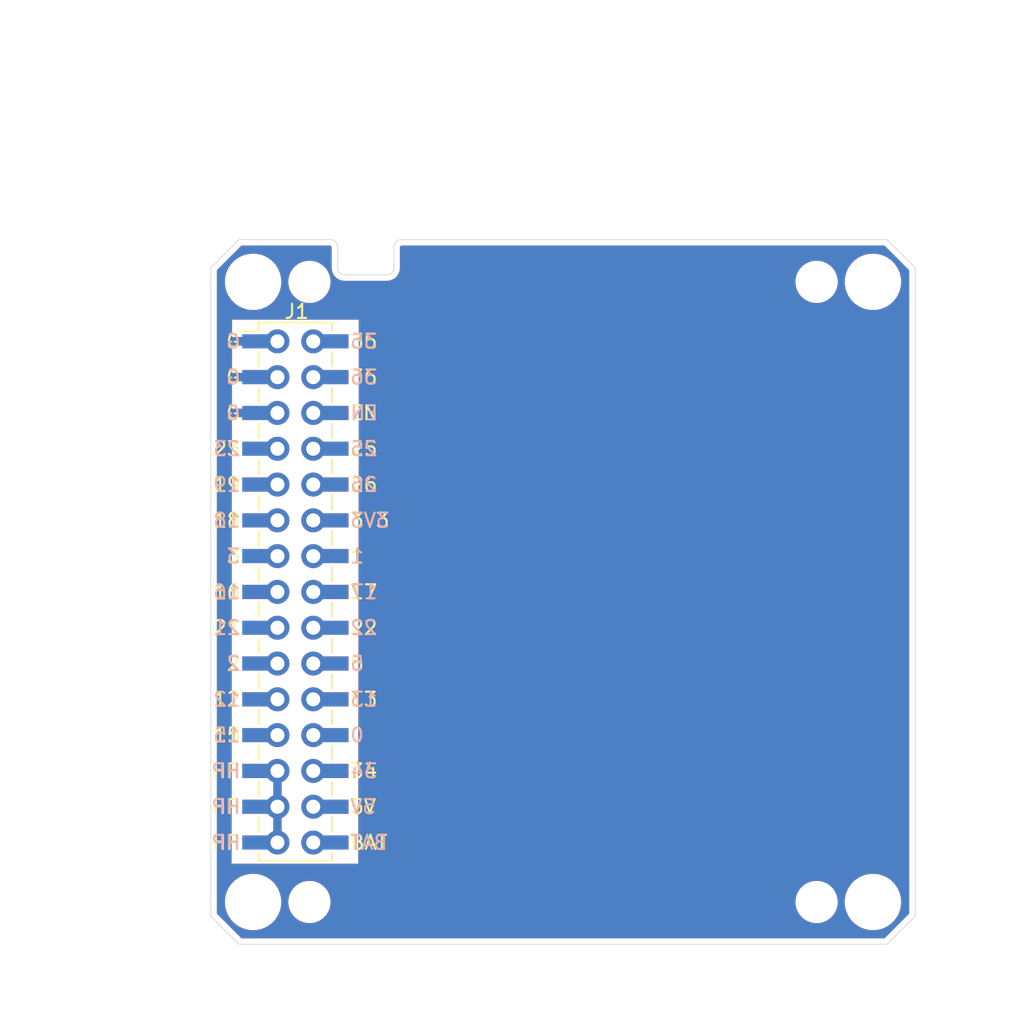
<source format=kicad_pcb>
(kicad_pcb (version 20241229) (generator "pcbnew") (generator_version "9.0")
  (title_block (title "BF-021") (date "2022-02-05") (rev "V01L04") (company "Copyright 2022 BotanicFields, Inc.") (comment 1 "Template of M5Stack Module "))
  (layers (0 "F.Cu" signal) (2 "B.Cu" signal) (13 "F.Paste" user) (15 "B.Paste" user) (5 "F.SilkS" user) (7 "B.SilkS" user) (1 "F.Mask" user) (3 "B.Mask" user) (25 "Edge.Cuts" user))
  (net 0 "")
  (net 1 "+BATT")
  (net 2 "VBUS")
  (net 3 "+5V")
  (net 4 "/GPIO34")
  (net 5 "/GPIO0")
  (net 6 "/GPIO15")
  (net 7 "/GPIO13")
  (net 8 "/GPIO12")
  (net 9 "/GPIO5")
  (net 10 "/GPIO2")
  (net 11 "/GPIO22")
  (net 12 "/GPIO21")
  (net 13 "/GPIO17")
  (net 14 "/GPIO16")
  (net 15 "/GPIO1")
  (net 16 "/GPIO3")
  (net 17 "+3V3")
  (net 18 "/GPIO18")
  (net 19 "/GPIO26")
  (net 20 "/GPIO19")
  (net 21 "/GPIO25")
  (net 22 "/GPIO23")
  (net 23 "/EN")
  (net 24 "GND")
  (net 25 "/GPIO36")
  (net 26 "/GPIO35")
  (footprint "bf:BF@MountingHole_3.2mm_M3" (layer "F.Cu") (at 103 53)
    (property "Reference" "H1" (hide yes))
    (property "Value" "MountingHole" (hide yes))
    (pad "" np_thru_hole circle (at 0 0) (size 3.2 3.2) (drill 3.2) (layers "*.Cu" "*.Mask"))
  )
  (footprint "bf:BF@MountingHole_3.2mm_M3" (layer "F.Cu") (at 147 53)
    (property "Reference" "H2" (hide yes))
    (property "Value" "MountingHole" (hide yes))
    (pad "" np_thru_hole circle (at 0 0) (size 3.2 3.2) (drill 3.2) (layers "*.Cu" "*.Mask"))
  )
  (footprint "bf:BF@MountingHole_3.2mm_M3" (layer "F.Cu") (at 147 97)
    (property "Reference" "H3" (hide yes))
    (property "Value" "MountingHole" (hide yes))
    (pad "" np_thru_hole circle (at 0 0) (size 3.2 3.2) (drill 3.2) (layers "*.Cu" "*.Mask"))
  )
  (footprint "bf:BF@MountingHole_3.2mm_M3" (layer "F.Cu") (at 103 97)
    (property "Reference" "H4" (hide yes))
    (property "Value" "MountingHole" (hide yes))
    (pad "" np_thru_hole circle (at 0 0) (size 3.2 3.2) (drill 3.2) (layers "*.Cu" "*.Mask"))
  )
  (footprint "bf:BF@MountingHole_2.2mm_M2" (layer "F.Cu") (at 107 53)
    (property "Reference" "H5" (hide yes))
    (property "Value" "MountingHole" (hide yes))
    (pad "" np_thru_hole circle (at 0 0) (size 2.2 2.2) (drill 2.2) (layers "*.Cu" "*.Mask"))
  )
  (footprint "bf:BF@MountingHole_2.2mm_M2" (layer "F.Cu") (at 143 53)
    (property "Reference" "H6" (hide yes))
    (property "Value" "MountingHole" (hide yes))
    (pad "" np_thru_hole circle (at 0 0) (size 2.2 2.2) (drill 2.2) (layers "*.Cu" "*.Mask"))
  )
  (footprint "bf:BF@MountingHole_2.2mm_M2" (layer "F.Cu") (at 143 97)
    (property "Reference" "H7" (hide yes))
    (property "Value" "MountingHole" (hide yes))
    (pad "" np_thru_hole circle (at 0 0) (size 2.2 2.2) (drill 2.2) (layers "*.Cu" "*.Mask"))
  )
  (footprint "bf:BF@MountingHole_2.2mm_M2" (layer "F.Cu") (at 107 97)
    (property "Reference" "H8" (hide yes))
    (property "Value" "MountingHole" (hide yes))
    (pad "" np_thru_hole circle (at 0 0) (size 2.2 2.2) (drill 2.2) (layers "*.Cu" "*.Mask"))
  )
  (footprint "bf:BF@M5Stack_MBUS" (layer "F.Cu") (at 106 75)
    (property "Reference" "J1" (at 0.1 -19.9 0) (layer "F.SilkS"))
    (property "Value" "M-BUS")
    (fp_line (start -4.04 -18.54) (end -2.6 -18.54) (stroke (width 0.12)) (layer "F.SilkS"))
    (fp_line (start -2.6 -19.11) (end -2.6 -18.54) (stroke (width 0.12)) (layer "F.SilkS"))
    (fp_line (start -2.6 -19.11) (end 2.6 -19.11) (stroke (width 0.12)) (layer "F.SilkS"))
    (fp_line (start -2.6 -17.02) (end -2.6 -16) (stroke (width 0.12)) (layer "F.SilkS"))
    (fp_line (start -2.6 -14.48) (end -2.6 -13.46) (stroke (width 0.12)) (layer "F.SilkS"))
    (fp_line (start -2.6 -11.94) (end -2.6 -10.92) (stroke (width 0.12)) (layer "F.SilkS"))
    (fp_line (start -2.6 -9.4) (end -2.6 -8.38) (stroke (width 0.12)) (layer "F.SilkS"))
    (fp_line (start -2.6 -6.86) (end -2.6 -5.84) (stroke (width 0.12)) (layer "F.SilkS"))
    (fp_line (start -2.6 -4.32) (end -2.6 -3.3) (stroke (width 0.12)) (layer "F.SilkS"))
    (fp_line (start -2.6 -1.78) (end -2.6 -0.76) (stroke (width 0.12)) (layer "F.SilkS"))
    (fp_line (start -2.6 0.76) (end -2.6 1.78) (stroke (width 0.12)) (layer "F.SilkS"))
    (fp_line (start -2.6 3.3) (end -2.6 4.32) (stroke (width 0.12)) (layer "F.SilkS"))
    (fp_line (start -2.6 5.84) (end -2.6 6.86) (stroke (width 0.12)) (layer "F.SilkS"))
    (fp_line (start -2.6 8.38) (end -2.6 9.4) (stroke (width 0.12)) (layer "F.SilkS"))
    (fp_line (start -2.6 10.92) (end -2.6 11.94) (stroke (width 0.12)) (layer "F.SilkS"))
    (fp_line (start -2.6 13.46) (end -2.6 14.48) (stroke (width 0.12)) (layer "F.SilkS"))
    (fp_line (start -2.6 16) (end -2.6 17.02) (stroke (width 0.12)) (layer "F.SilkS"))
    (fp_line (start -2.6 18.54) (end -2.6 19.11) (stroke (width 0.12)) (layer "F.SilkS"))
    (fp_line (start -2.6 19.11) (end 2.6 19.11) (stroke (width 0.12)) (layer "F.SilkS"))
    (fp_line (start 2.6 -19.11) (end 2.6 -18.54) (stroke (width 0.12)) (layer "F.SilkS"))
    (fp_line (start 2.6 -17.02) (end 2.6 -16) (stroke (width 0.12)) (layer "F.SilkS"))
    (fp_line (start 2.6 -14.48) (end 2.6 -13.46) (stroke (width 0.12)) (layer "F.SilkS"))
    (fp_line (start 2.6 -11.94) (end 2.6 -10.92) (stroke (width 0.12)) (layer "F.SilkS"))
    (fp_line (start 2.6 -9.4) (end 2.6 -8.38) (stroke (width 0.12)) (layer "F.SilkS"))
    (fp_line (start 2.6 -6.86) (end 2.6 -5.84) (stroke (width 0.12)) (layer "F.SilkS"))
    (fp_line (start 2.6 -4.32) (end 2.6 -3.3) (stroke (width 0.12)) (layer "F.SilkS"))
    (fp_line (start 2.6 -1.78) (end 2.6 -0.76) (stroke (width 0.12)) (layer "F.SilkS"))
    (fp_line (start 2.6 0.76) (end 2.6 1.78) (stroke (width 0.12)) (layer "F.SilkS"))
    (fp_line (start 2.6 3.3) (end 2.6 4.32) (stroke (width 0.12)) (layer "F.SilkS"))
    (fp_line (start 2.6 5.84) (end 2.6 6.86) (stroke (width 0.12)) (layer "F.SilkS"))
    (fp_line (start 2.6 8.38) (end 2.6 9.4) (stroke (width 0.12)) (layer "F.SilkS"))
    (fp_line (start 2.6 10.92) (end 2.6 11.94) (stroke (width 0.12)) (layer "F.SilkS"))
    (fp_line (start 2.6 13.46) (end 2.6 14.48) (stroke (width 0.12)) (layer "F.SilkS"))
    (fp_line (start 2.6 16) (end 2.6 17.02) (stroke (width 0.12)) (layer "F.SilkS"))
    (fp_line (start 2.6 18.54) (end 2.6 19.11) (stroke (width 0.12)) (layer "F.SilkS"))
    (fp_text user "G" (at -3.81 -17.78 0) (layer "F.SilkS") (effects (justify right)))
    (fp_text user "19" (at -3.81 -7.62 0) (layer "F.SilkS") (effects (justify right)))
    (fp_text user "21" (at -3.81 2.54 0) (layer "F.SilkS") (effects (justify right)))
    (fp_text user "15" (at -3.81 10.16 0) (layer "F.SilkS") (effects (justify right)))
    (fp_text user "17" (at 3.81 0 0) (layer "F.SilkS") (effects (justify left)))
    (fp_text user "16" (at -3.81 0 0) (layer "F.SilkS") (effects (justify right)))
    (fp_text user "BAT" (at 3.81 17.78 0) (layer "F.SilkS") (effects (justify left)))
    (fp_text user "22" (at 3.81 2.54 0) (layer "F.SilkS") (effects (justify left)))
    (fp_text user "25" (at 3.81 -10.16 0) (layer "F.SilkS") (effects (justify left)))
    (fp_text user "1" (at 3.81 -2.54 0) (layer "F.SilkS") (effects (justify left)))
    (fp_text user "G" (at -3.81 -12.7 0) (layer "F.SilkS") (effects (justify right)))
    (fp_text user "26" (at 3.81 -7.62 0) (layer "F.SilkS") (effects (justify left)))
    (fp_text user "36" (at 3.81 -15.24 0) (layer "F.SilkS") (effects (justify left)))
    (fp_text user "HP" (at -3.81 15.24 0) (layer "F.SilkS") (effects (justify right)))
    (fp_text user "2" (at -3.81 5.08 0) (layer "F.SilkS") (effects (justify right)))
    (fp_text user "5" (at 3.81 5.08 0) (layer "F.SilkS") (effects (justify left)))
    (fp_text user "34" (at 3.81 12.7 0) (layer "F.SilkS") (effects (justify left)))
    (fp_text user "HP" (at -3.81 17.78 0) (layer "F.SilkS") (effects (justify right)))
    (fp_text user "5V" (at 3.81 15.24 0) (layer "F.SilkS") (effects (justify left)))
    (fp_text user "13" (at 3.81 7.62 0) (layer "F.SilkS") (effects (justify left)))
    (fp_text user "23" (at -3.81 -10.16 0) (layer "F.SilkS") (effects (justify right)))
    (fp_text user "3" (at -3.81 -2.54 0) (layer "F.SilkS") (effects (justify right)))
    (fp_text user "35" (at 3.81 -17.78 0) (layer "F.SilkS") (effects (justify left)))
    (fp_text user "12" (at -3.81 7.62 0) (layer "F.SilkS") (effects (justify right)))
    (fp_text user "3V3" (at 3.81 -5.08 0) (layer "F.SilkS") (effects (justify left)))
    (fp_text user "HP" (at -3.81 12.7 0) (layer "F.SilkS") (effects (justify right)))
    (fp_text user "0" (at 3.81 10.16 0) (layer "F.SilkS") (effects (justify left)))
    (fp_text user "EN" (at 3.81 -12.7 0) (layer "F.SilkS") (effects (justify left)))
    (fp_text user "18" (at -3.81 -5.08 0) (layer "F.SilkS") (effects (justify right)))
    (fp_text user "G" (at -3.81 -15.24 0) (layer "F.SilkS") (effects (justify right)))
    (fp_text user "15" (at -3.81 10.16 180) (layer "B.SilkS") (effects (justify left mirror)))
    (fp_text user "G" (at -3.81 -17.78 180) (layer "B.SilkS") (effects (justify left mirror)))
    (fp_text user "12" (at -3.81 7.62 180) (layer "B.SilkS") (effects (justify left mirror)))
    (fp_text user "34" (at 3.81 12.7 180) (layer "B.SilkS") (effects (justify right mirror)))
    (fp_text user "36" (at 3.81 -15.24 180) (layer "B.SilkS") (effects (justify right mirror)))
    (fp_text user "25" (at 3.81 -10.16 180) (layer "B.SilkS") (effects (justify right mirror)))
    (fp_text user "35" (at 3.81 -17.78 180) (layer "B.SilkS") (effects (justify right mirror)))
    (fp_text user "G" (at -3.81 -15.24 180) (layer "B.SilkS") (effects (justify left mirror)))
    (fp_text user "21" (at -3.81 2.54 180) (layer "B.SilkS") (effects (justify left mirror)))
    (fp_text user "19" (at -3.81 -7.62 180) (layer "B.SilkS") (effects (justify left mirror)))
    (fp_text user "22" (at 3.81 2.54 180) (layer "B.SilkS") (effects (justify right mirror)))
    (fp_text user "2" (at -3.81 5.08 180) (layer "B.SilkS") (effects (justify left mirror)))
    (fp_text user "HP" (at -3.81 12.7 180) (layer "B.SilkS") (effects (justify left mirror)))
    (fp_text user "HP" (at -3.81 17.78 180) (layer "B.SilkS") (effects (justify left mirror)))
    (fp_text user "G" (at -3.81 -12.7 180) (layer "B.SilkS") (effects (justify left mirror)))
    (fp_text user "3" (at -3.81 -2.54 180) (layer "B.SilkS") (effects (justify left mirror)))
    (fp_text user "BAT" (at 3.81 17.78 180) (layer "B.SilkS") (effects (justify right mirror)))
    (fp_text user "5" (at 3.81 5.08 180) (layer "B.SilkS") (effects (justify right mirror)))
    (fp_text user "5V" (at 3.81 15.24 180) (layer "B.SilkS") (effects (justify right mirror)))
    (fp_text user "EN" (at 3.81 -12.7 180) (layer "B.SilkS") (effects (justify right mirror)))
    (fp_text user "HP" (at -3.81 15.24 180) (layer "B.SilkS") (effects (justify left mirror)))
    (fp_text user "26" (at 3.81 -7.62 180) (layer "B.SilkS") (effects (justify right mirror)))
    (fp_text user "23" (at -3.81 -10.16 180) (layer "B.SilkS") (effects (justify left mirror)))
    (fp_text user "0" (at 3.81 10.16 180) (layer "B.SilkS") (effects (justify right mirror)))
    (fp_text user "16" (at -3.81 0 180) (layer "B.SilkS") (effects (justify left mirror)))
    (fp_text user "13" (at 3.81 7.62 180) (layer "B.SilkS") (effects (justify right mirror)))
    (fp_text user "3V3" (at 3.81 -5.08 180) (layer "B.SilkS") (effects (justify right mirror)))
    (fp_text user "18" (at -3.81 -5.08 180) (layer "B.SilkS") (effects (justify left mirror)))
    (fp_text user "1" (at 3.81 -2.54 180) (layer "B.SilkS") (effects (justify right mirror)))
    (fp_text user "17" (at 3.81 0 180) (layer "B.SilkS") (effects (justify right mirror)))
    (pad "" np_thru_hole circle (at 0 -16.51 180) (size 1 1) (drill 1) (layers "*.Cu" "*.Mask"))
    (pad "" np_thru_hole circle (at 0 -13.97 180) (size 1 1) (drill 1) (layers "*.Cu" "*.Mask"))
    (pad "" np_thru_hole circle (at 0 13.97 180) (size 1 1) (drill 1) (layers "*.Cu" "*.Mask"))
    (pad "" np_thru_hole circle (at 0 16.51 180) (size 1 1) (drill 1) (layers "*.Cu" "*.Mask"))
    (pad "1" smd custom (at 1.27 -17.78 180) (size 1 1) (layers "F.Cu" "F.Mask") (net 26 "/GPIO35") (options (clearance outline) (anchor rect)) (primitives (gr_poly (pts (xy 0.5 0.5) (xy 0.5 -0.5) (xy -2.5 -0.5) (xy -2.5 0.5)) (width 0) (fill yes))))
    (pad "1" smd custom (at 1.27 -17.78 180) (size 1 1) (layers "B.Cu" "B.Mask") (net 26 "/GPIO35") (options (clearance outline) (anchor rect)) (primitives (gr_poly (pts (xy 0.5 0.5) (xy 0.5 -0.5) (xy -2.5 -0.5) (xy -2.5 0.5)) (width 0) (fill yes))))
    (pad "1" thru_hole circle (at 1.27 -17.78 180) (size 1.7 1.7) (drill 1) (layers "*.Cu" "*.Mask") (net 26 "/GPIO35"))
    (pad "2" smd custom (at -1.27 -17.78) (size 1 1) (layers "F.Cu" "F.Mask") (net 24 "GND") (options (clearance outline) (anchor rect)) (primitives (gr_poly (pts (xy 0.5 0.5) (xy 0.5 -0.5) (xy -2.5 -0.5) (xy -2.5 0.5)) (width 0) (fill yes))))
    (pad "2" smd custom (at -1.27 -17.78) (size 1 1) (layers "B.Cu" "B.Mask") (net 24 "GND") (options (clearance outline) (anchor rect)) (primitives (gr_poly (pts (xy 0.5 0.5) (xy 0.5 -0.5) (xy -2.5 -0.5) (xy -2.5 0.5)) (width 0) (fill yes))))
    (pad "2" thru_hole circle (at -1.27 -17.78) (size 1.7 1.7) (drill 1) (layers "*.Cu" "*.Mask") (net 24 "GND"))
    (pad "3" smd custom (at 1.27 -15.24 180) (size 1 1) (layers "F.Cu" "F.Mask") (net 25 "/GPIO36") (options (clearance outline) (anchor rect)) (primitives (gr_poly (pts (xy 0.5 0.5) (xy 0.5 -0.5) (xy -2.5 -0.5) (xy -2.5 0.5)) (width 0) (fill yes))))
    (pad "3" smd custom (at 1.27 -15.24 180) (size 1 1) (layers "B.Cu" "B.Mask") (net 25 "/GPIO36") (options (clearance outline) (anchor rect)) (primitives (gr_poly (pts (xy 0.5 0.5) (xy 0.5 -0.5) (xy -2.5 -0.5) (xy -2.5 0.5)) (width 0) (fill yes))))
    (pad "3" thru_hole circle (at 1.27 -15.24 180) (size 1.7 1.7) (drill 1) (layers "*.Cu" "*.Mask") (net 25 "/GPIO36"))
    (pad "4" smd custom (at -1.27 -15.24) (size 1 1) (layers "F.Cu" "F.Mask") (net 24 "GND") (options (clearance outline) (anchor rect)) (primitives (gr_poly (pts (xy 0.5 0.5) (xy 0.5 -0.5) (xy -2.5 -0.5) (xy -2.5 0.5)) (width 0) (fill yes))))
    (pad "4" smd custom (at -1.27 -15.24) (size 1 1) (layers "B.Cu" "B.Mask") (net 24 "GND") (options (clearance outline) (anchor rect)) (primitives (gr_poly (pts (xy 0.5 0.5) (xy 0.5 -0.5) (xy -2.5 -0.5) (xy -2.5 0.5)) (width 0) (fill yes))))
    (pad "4" thru_hole circle (at -1.27 -15.24) (size 1.7 1.7) (drill 1) (layers "*.Cu" "*.Mask") (net 24 "GND"))
    (pad "5" smd custom (at 1.27 -12.7 180) (size 1 1) (layers "F.Cu" "F.Mask") (net 23 "/EN") (options (clearance outline) (anchor rect)) (primitives (gr_poly (pts (xy 0.5 0.5) (xy 0.5 -0.5) (xy -2.5 -0.5) (xy -2.5 0.5)) (width 0) (fill yes))))
    (pad "5" smd custom (at 1.27 -12.7 180) (size 1 1) (layers "B.Cu" "B.Mask") (net 23 "/EN") (options (clearance outline) (anchor rect)) (primitives (gr_poly (pts (xy 0.5 0.5) (xy 0.5 -0.5) (xy -2.5 -0.5) (xy -2.5 0.5)) (width 0) (fill yes))))
    (pad "5" thru_hole circle (at 1.27 -12.7 180) (size 1.7 1.7) (drill 1) (layers "*.Cu" "*.Mask") (net 23 "/EN"))
    (pad "6" smd custom (at -1.27 -12.7) (size 1 1) (layers "F.Cu" "F.Mask") (net 24 "GND") (options (clearance outline) (anchor rect)) (primitives (gr_poly (pts (xy 0.5 0.5) (xy 0.5 -0.5) (xy -2.5 -0.5) (xy -2.5 0.5)) (width 0) (fill yes))))
    (pad "6" smd custom (at -1.27 -12.7) (size 1 1) (layers "B.Cu" "B.Mask") (net 24 "GND") (options (clearance outline) (anchor rect)) (primitives (gr_poly (pts (xy 0.5 0.5) (xy 0.5 -0.5) (xy -2.5 -0.5) (xy -2.5 0.5)) (width 0) (fill yes))))
    (pad "6" thru_hole circle (at -1.27 -12.7) (size 1.7 1.7) (drill 1) (layers "*.Cu" "*.Mask") (net 24 "GND"))
    (pad "7" smd custom (at 1.27 -10.16 180) (size 1 1) (layers "F.Cu" "F.Mask") (net 21 "/GPIO25") (options (clearance outline) (anchor rect)) (primitives (gr_poly (pts (xy 0.5 0.5) (xy 0.5 -0.5) (xy -2.5 -0.5) (xy -2.5 0.5)) (width 0) (fill yes))))
    (pad "7" smd custom (at 1.27 -10.16 180) (size 1 1) (layers "B.Cu" "B.Mask") (net 21 "/GPIO25") (options (clearance outline) (anchor rect)) (primitives (gr_poly (pts (xy 0.5 0.5) (xy 0.5 -0.5) (xy -2.5 -0.5) (xy -2.5 0.5)) (width 0) (fill yes))))
    (pad "7" thru_hole circle (at 1.27 -10.16 180) (size 1.7 1.7) (drill 1) (layers "*.Cu" "*.Mask") (net 21 "/GPIO25"))
    (pad "8" smd custom (at -1.27 -10.16) (size 1 1) (layers "F.Cu" "F.Mask") (net 22 "/GPIO23") (options (clearance outline) (anchor rect)) (primitives (gr_poly (pts (xy 0.5 0.5) (xy 0.5 -0.5) (xy -2.5 -0.5) (xy -2.5 0.5)) (width 0) (fill yes))))
    (pad "8" smd custom (at -1.27 -10.16) (size 1 1) (layers "B.Cu" "B.Mask") (net 22 "/GPIO23") (options (clearance outline) (anchor rect)) (primitives (gr_poly (pts (xy 0.5 0.5) (xy 0.5 -0.5) (xy -2.5 -0.5) (xy -2.5 0.5)) (width 0) (fill yes))))
    (pad "8" thru_hole circle (at -1.27 -10.16) (size 1.7 1.7) (drill 1) (layers "*.Cu" "*.Mask") (net 22 "/GPIO23"))
    (pad "9" smd custom (at 1.27 -7.62 180) (size 1 1) (layers "F.Cu" "F.Mask") (net 19 "/GPIO26") (options (clearance outline) (anchor rect)) (primitives (gr_poly (pts (xy 0.5 0.5) (xy 0.5 -0.5) (xy -2.5 -0.5) (xy -2.5 0.5)) (width 0) (fill yes))))
    (pad "9" smd custom (at 1.27 -7.62 180) (size 1 1) (layers "B.Cu" "B.Mask") (net 19 "/GPIO26") (options (clearance outline) (anchor rect)) (primitives (gr_poly (pts (xy 0.5 0.5) (xy 0.5 -0.5) (xy -2.5 -0.5) (xy -2.5 0.5)) (width 0) (fill yes))))
    (pad "9" thru_hole circle (at 1.27 -7.62 180) (size 1.7 1.7) (drill 1) (layers "*.Cu" "*.Mask") (net 19 "/GPIO26"))
    (pad "10" smd custom (at -1.27 -7.62) (size 1 1) (layers "F.Cu" "F.Mask") (net 20 "/GPIO19") (options (clearance outline) (anchor rect)) (primitives (gr_poly (pts (xy 0.5 0.5) (xy 0.5 -0.5) (xy -2.5 -0.5) (xy -2.5 0.5)) (width 0) (fill yes))))
    (pad "10" smd custom (at -1.27 -7.62) (size 1 1) (layers "B.Cu" "B.Mask") (net 20 "/GPIO19") (options (clearance outline) (anchor rect)) (primitives (gr_poly (pts (xy 0.5 0.5) (xy 0.5 -0.5) (xy -2.5 -0.5) (xy -2.5 0.5)) (width 0) (fill yes))))
    (pad "10" thru_hole circle (at -1.27 -7.62) (size 1.7 1.7) (drill 1) (layers "*.Cu" "*.Mask") (net 20 "/GPIO19"))
    (pad "11" smd custom (at 1.27 -5.08 180) (size 1 1) (layers "F.Cu" "F.Mask") (net 17 "+3V3") (options (clearance outline) (anchor rect)) (primitives (gr_poly (pts (xy 0.5 0.5) (xy 0.5 -0.5) (xy -2.5 -0.5) (xy -2.5 0.5)) (width 0) (fill yes))))
    (pad "11" smd custom (at 1.27 -5.08 180) (size 1 1) (layers "B.Cu" "B.Mask") (net 17 "+3V3") (options (clearance outline) (anchor rect)) (primitives (gr_poly (pts (xy 0.5 0.5) (xy 0.5 -0.5) (xy -2.5 -0.5) (xy -2.5 0.5)) (width 0) (fill yes))))
    (pad "11" thru_hole circle (at 1.27 -5.08 180) (size 1.7 1.7) (drill 1) (layers "*.Cu" "*.Mask") (net 17 "+3V3"))
    (pad "12" smd custom (at -1.27 -5.08) (size 1 1) (layers "F.Cu" "F.Mask") (net 18 "/GPIO18") (options (clearance outline) (anchor rect)) (primitives (gr_poly (pts (xy 0.5 0.5) (xy 0.5 -0.5) (xy -2.5 -0.5) (xy -2.5 0.5)) (width 0) (fill yes))))
    (pad "12" smd custom (at -1.27 -5.08) (size 1 1) (layers "B.Cu" "B.Mask") (net 18 "/GPIO18") (options (clearance outline) (anchor rect)) (primitives (gr_poly (pts (xy 0.5 0.5) (xy 0.5 -0.5) (xy -2.5 -0.5) (xy -2.5 0.5)) (width 0) (fill yes))))
    (pad "12" thru_hole circle (at -1.27 -5.08) (size 1.7 1.7) (drill 1) (layers "*.Cu" "*.Mask") (net 18 "/GPIO18"))
    (pad "13" smd custom (at 1.27 -2.54 180) (size 1 1) (layers "F.Cu" "F.Mask") (net 15 "/GPIO1") (options (clearance outline) (anchor rect)) (primitives (gr_poly (pts (xy 0.5 0.5) (xy 0.5 -0.5) (xy -2.5 -0.5) (xy -2.5 0.5)) (width 0) (fill yes))))
    (pad "13" smd custom (at 1.27 -2.54 180) (size 1 1) (layers "B.Cu" "B.Mask") (net 15 "/GPIO1") (options (clearance outline) (anchor rect)) (primitives (gr_poly (pts (xy 0.5 0.5) (xy 0.5 -0.5) (xy -2.5 -0.5) (xy -2.5 0.5)) (width 0) (fill yes))))
    (pad "13" thru_hole circle (at 1.27 -2.54 180) (size 1.7 1.7) (drill 1) (layers "*.Cu" "*.Mask") (net 15 "/GPIO1"))
    (pad "14" smd custom (at -1.27 -2.54) (size 1 1) (layers "F.Cu" "F.Mask") (net 16 "/GPIO3") (options (clearance outline) (anchor rect)) (primitives (gr_poly (pts (xy 0.5 0.5) (xy 0.5 -0.5) (xy -2.5 -0.5) (xy -2.5 0.5)) (width 0) (fill yes))))
    (pad "14" smd custom (at -1.27 -2.54) (size 1 1) (layers "B.Cu" "B.Mask") (net 16 "/GPIO3") (options (clearance outline) (anchor rect)) (primitives (gr_poly (pts (xy 0.5 0.5) (xy 0.5 -0.5) (xy -2.5 -0.5) (xy -2.5 0.5)) (width 0) (fill yes))))
    (pad "14" thru_hole circle (at -1.27 -2.54) (size 1.7 1.7) (drill 1) (layers "*.Cu" "*.Mask") (net 16 "/GPIO3"))
    (pad "15" smd custom (at 1.27 0 180) (size 1 1) (layers "F.Cu" "F.Mask") (net 13 "/GPIO17") (options (clearance outline) (anchor rect)) (primitives (gr_poly (pts (xy 0.5 0.5) (xy 0.5 -0.5) (xy -2.5 -0.5) (xy -2.5 0.5)) (width 0) (fill yes))))
    (pad "15" smd custom (at 1.27 0 180) (size 1 1) (layers "B.Cu" "B.Mask") (net 13 "/GPIO17") (options (clearance outline) (anchor rect)) (primitives (gr_poly (pts (xy 0.5 0.5) (xy 0.5 -0.5) (xy -2.5 -0.5) (xy -2.5 0.5)) (width 0) (fill yes))))
    (pad "15" thru_hole circle (at 1.27 0 180) (size 1.7 1.7) (drill 1) (layers "*.Cu" "*.Mask") (net 13 "/GPIO17"))
    (pad "16" smd custom (at -1.27 0) (size 1 1) (layers "F.Cu" "F.Mask") (net 14 "/GPIO16") (options (clearance outline) (anchor rect)) (primitives (gr_poly (pts (xy 0.5 0.5) (xy 0.5 -0.5) (xy -2.5 -0.5) (xy -2.5 0.5)) (width 0) (fill yes))))
    (pad "16" smd custom (at -1.27 0) (size 1 1) (layers "B.Cu" "B.Mask") (net 14 "/GPIO16") (options (clearance outline) (anchor rect)) (primitives (gr_poly (pts (xy 0.5 0.5) (xy 0.5 -0.5) (xy -2.5 -0.5) (xy -2.5 0.5)) (width 0) (fill yes))))
    (pad "16" thru_hole circle (at -1.27 0) (size 1.7 1.7) (drill 1) (layers "*.Cu" "*.Mask") (net 14 "/GPIO16"))
    (pad "17" smd custom (at 1.27 2.54 180) (size 1 1) (layers "F.Cu" "F.Mask") (net 11 "/GPIO22") (options (clearance outline) (anchor rect)) (primitives (gr_poly (pts (xy 0.5 0.5) (xy 0.5 -0.5) (xy -2.5 -0.5) (xy -2.5 0.5)) (width 0) (fill yes))))
    (pad "17" smd custom (at 1.27 2.54 180) (size 1 1) (layers "B.Cu" "B.Mask") (net 11 "/GPIO22") (options (clearance outline) (anchor rect)) (primitives (gr_poly (pts (xy 0.5 0.5) (xy 0.5 -0.5) (xy -2.5 -0.5) (xy -2.5 0.5)) (width 0) (fill yes))))
    (pad "17" thru_hole circle (at 1.27 2.54 180) (size 1.7 1.7) (drill 1) (layers "*.Cu" "*.Mask") (net 11 "/GPIO22"))
    (pad "18" smd custom (at -1.27 2.54) (size 1 1) (layers "F.Cu" "F.Mask") (net 12 "/GPIO21") (options (clearance outline) (anchor rect)) (primitives (gr_poly (pts (xy 0.5 0.5) (xy 0.5 -0.5) (xy -2.5 -0.5) (xy -2.5 0.5)) (width 0) (fill yes))))
    (pad "18" smd custom (at -1.27 2.54) (size 1 1) (layers "B.Cu" "B.Mask") (net 12 "/GPIO21") (options (clearance outline) (anchor rect)) (primitives (gr_poly (pts (xy 0.5 0.5) (xy 0.5 -0.5) (xy -2.5 -0.5) (xy -2.5 0.5)) (width 0) (fill yes))))
    (pad "18" thru_hole circle (at -1.27 2.54) (size 1.7 1.7) (drill 1) (layers "*.Cu" "*.Mask") (net 12 "/GPIO21"))
    (pad "19" smd custom (at 1.27 5.08 180) (size 1 1) (layers "F.Cu" "F.Mask") (net 9 "/GPIO5") (options (clearance outline) (anchor rect)) (primitives (gr_poly (pts (xy 0.5 0.5) (xy 0.5 -0.5) (xy -2.5 -0.5) (xy -2.5 0.5)) (width 0) (fill yes))))
    (pad "19" smd custom (at 1.27 5.08 180) (size 1 1) (layers "B.Cu" "B.Mask") (net 9 "/GPIO5") (options (clearance outline) (anchor rect)) (primitives (gr_poly (pts (xy 0.5 0.5) (xy 0.5 -0.5) (xy -2.5 -0.5) (xy -2.5 0.5)) (width 0) (fill yes))))
    (pad "19" thru_hole circle (at 1.27 5.08 180) (size 1.7 1.7) (drill 1) (layers "*.Cu" "*.Mask") (net 9 "/GPIO5"))
    (pad "20" smd custom (at -1.27 5.08) (size 1 1) (layers "F.Cu" "F.Mask") (net 10 "/GPIO2") (options (clearance outline) (anchor rect)) (primitives (gr_poly (pts (xy 0.5 0.5) (xy 0.5 -0.5) (xy -2.5 -0.5) (xy -2.5 0.5)) (width 0) (fill yes))))
    (pad "20" smd custom (at -1.27 5.08) (size 1 1) (layers "B.Cu" "B.Mask") (net 10 "/GPIO2") (options (clearance outline) (anchor rect)) (primitives (gr_poly (pts (xy 0.5 0.5) (xy 0.5 -0.5) (xy -2.5 -0.5) (xy -2.5 0.5)) (width 0) (fill yes))))
    (pad "20" thru_hole circle (at -1.27 5.08) (size 1.7 1.7) (drill 1) (layers "*.Cu" "*.Mask") (net 10 "/GPIO2"))
    (pad "21" smd custom (at 1.27 7.62 180) (size 1 1) (layers "F.Cu" "F.Mask") (net 7 "/GPIO13") (options (clearance outline) (anchor rect)) (primitives (gr_poly (pts (xy 0.5 0.5) (xy 0.5 -0.5) (xy -2.5 -0.5) (xy -2.5 0.5)) (width 0) (fill yes))))
    (pad "21" smd custom (at 1.27 7.62 180) (size 1 1) (layers "B.Cu" "B.Mask") (net 7 "/GPIO13") (options (clearance outline) (anchor rect)) (primitives (gr_poly (pts (xy 0.5 0.5) (xy 0.5 -0.5) (xy -2.5 -0.5) (xy -2.5 0.5)) (width 0) (fill yes))))
    (pad "21" thru_hole circle (at 1.27 7.62 180) (size 1.7 1.7) (drill 1) (layers "*.Cu" "*.Mask") (net 7 "/GPIO13"))
    (pad "22" smd custom (at -1.27 7.62) (size 1 1) (layers "F.Cu" "F.Mask") (net 8 "/GPIO12") (options (clearance outline) (anchor rect)) (primitives (gr_poly (pts (xy 0.5 0.5) (xy 0.5 -0.5) (xy -2.5 -0.5) (xy -2.5 0.5)) (width 0) (fill yes))))
    (pad "22" smd custom (at -1.27 7.62) (size 1 1) (layers "B.Cu" "B.Mask") (net 8 "/GPIO12") (options (clearance outline) (anchor rect)) (primitives (gr_poly (pts (xy 0.5 0.5) (xy 0.5 -0.5) (xy -2.5 -0.5) (xy -2.5 0.5)) (width 0) (fill yes))))
    (pad "22" thru_hole circle (at -1.27 7.62) (size 1.7 1.7) (drill 1) (layers "*.Cu" "*.Mask") (net 8 "/GPIO12"))
    (pad "23" smd custom (at 1.27 10.16 180) (size 1 1) (layers "F.Cu" "F.Mask") (net 5 "/GPIO0") (options (clearance outline) (anchor rect)) (primitives (gr_poly (pts (xy 0.5 0.5) (xy 0.5 -0.5) (xy -2.5 -0.5) (xy -2.5 0.5)) (width 0) (fill yes))))
    (pad "23" smd custom (at 1.27 10.16 180) (size 1 1) (layers "B.Cu" "B.Mask") (net 5 "/GPIO0") (options (clearance outline) (anchor rect)) (primitives (gr_poly (pts (xy 0.5 0.5) (xy 0.5 -0.5) (xy -2.5 -0.5) (xy -2.5 0.5)) (width 0) (fill yes))))
    (pad "23" thru_hole circle (at 1.27 10.16 180) (size 1.7 1.7) (drill 1) (layers "*.Cu" "*.Mask") (net 5 "/GPIO0"))
    (pad "24" smd custom (at -1.27 10.16) (size 1 1) (layers "F.Cu" "F.Mask") (net 6 "/GPIO15") (options (clearance outline) (anchor rect)) (primitives (gr_poly (pts (xy 0.5 0.5) (xy 0.5 -0.5) (xy -2.5 -0.5) (xy -2.5 0.5)) (width 0) (fill yes))))
    (pad "24" smd custom (at -1.27 10.16) (size 1 1) (layers "B.Cu" "B.Mask") (net 6 "/GPIO15") (options (clearance outline) (anchor rect)) (primitives (gr_poly (pts (xy 0.5 0.5) (xy 0.5 -0.5) (xy -2.5 -0.5) (xy -2.5 0.5)) (width 0) (fill yes))))
    (pad "24" thru_hole circle (at -1.27 10.16) (size 1.7 1.7) (drill 1) (layers "*.Cu" "*.Mask") (net 6 "/GPIO15"))
    (pad "25" smd custom (at 1.27 12.7 180) (size 1 1) (layers "F.Cu" "F.Mask") (net 4 "/GPIO34") (options (clearance outline) (anchor rect)) (primitives (gr_poly (pts (xy 0.5 0.5) (xy 0.5 -0.5) (xy -2.5 -0.5) (xy -2.5 0.5)) (width 0) (fill yes))))
    (pad "25" smd custom (at 1.27 12.7 180) (size 1 1) (layers "B.Cu" "B.Mask") (net 4 "/GPIO34") (options (clearance outline) (anchor rect)) (primitives (gr_poly (pts (xy 0.5 0.5) (xy 0.5 -0.5) (xy -2.5 -0.5) (xy -2.5 0.5)) (width 0) (fill yes))))
    (pad "25" thru_hole circle (at 1.27 12.7 180) (size 1.7 1.7) (drill 1) (layers "*.Cu" "*.Mask") (net 4 "/GPIO34"))
    (pad "26" smd custom (at -1.27 12.7) (size 1 1) (layers "F.Cu" "F.Mask") (net 2 "VBUS") (options (clearance outline) (anchor rect)) (primitives (gr_poly (pts (xy 0.5 0.5) (xy 0.5 -0.5) (xy -2.5 -0.5) (xy -2.5 0.5)) (width 0) (fill yes))))
    (pad "26" smd custom (at -1.27 12.7) (size 1 1) (layers "B.Cu" "B.Mask") (net 2 "VBUS") (options (clearance outline) (anchor rect)) (primitives (gr_poly (pts (xy 0.5 0.5) (xy 0.5 -0.5) (xy -2.5 -0.5) (xy -2.5 0.5)) (width 0) (fill yes))))
    (pad "26" thru_hole circle (at -1.27 12.7) (size 1.7 1.7) (drill 1) (layers "*.Cu" "*.Mask") (net 2 "VBUS"))
    (pad "27" smd custom (at 1.27 15.24 180) (size 1 1) (layers "F.Cu" "F.Mask") (net 3 "+5V") (options (clearance outline) (anchor rect)) (primitives (gr_poly (pts (xy 0.5 0.5) (xy 0.5 -0.5) (xy -2.5 -0.5) (xy -2.5 0.5)) (width 0) (fill yes))))
    (pad "27" smd custom (at 1.27 15.24 180) (size 1 1) (layers "B.Cu" "B.Mask") (net 3 "+5V") (options (clearance outline) (anchor rect)) (primitives (gr_poly (pts (xy 0.5 0.5) (xy 0.5 -0.5) (xy -2.5 -0.5) (xy -2.5 0.5)) (width 0) (fill yes))))
    (pad "27" thru_hole circle (at 1.27 15.24 180) (size 1.7 1.7) (drill 1) (layers "*.Cu" "*.Mask") (net 3 "+5V"))
    (pad "28" smd custom (at -1.27 15.24) (size 1 1) (layers "F.Cu" "F.Mask") (net 2 "VBUS") (options (clearance outline) (anchor rect)) (primitives (gr_poly (pts (xy 0.5 0.5) (xy 0.5 -0.5) (xy -2.5 -0.5) (xy -2.5 0.5)) (width 0) (fill yes))))
    (pad "28" smd custom (at -1.27 15.24) (size 1 1) (layers "B.Cu" "B.Mask") (net 2 "VBUS") (options (clearance outline) (anchor rect)) (primitives (gr_poly (pts (xy 0.5 0.5) (xy 0.5 -0.5) (xy -2.5 -0.5) (xy -2.5 0.5)) (width 0) (fill yes))))
    (pad "28" thru_hole circle (at -1.27 15.24) (size 1.7 1.7) (drill 1) (layers "*.Cu" "*.Mask") (net 2 "VBUS"))
    (pad "29" smd custom (at 1.27 17.78 180) (size 1 1) (layers "F.Cu" "F.Mask") (net 1 "+BATT") (options (clearance outline) (anchor rect)) (primitives (gr_poly (pts (xy 0.5 0.5) (xy 0.5 -0.5) (xy -2.5 -0.5) (xy -2.5 0.5)) (width 0) (fill yes))))
    (pad "29" smd custom (at 1.27 17.78 180) (size 1 1) (layers "B.Cu" "B.Mask") (net 1 "+BATT") (options (clearance outline) (anchor rect)) (primitives (gr_poly (pts (xy 0.5 0.5) (xy 0.5 -0.5) (xy -2.5 -0.5) (xy -2.5 0.5)) (width 0) (fill yes))))
    (pad "29" thru_hole circle (at 1.27 17.78 180) (size 1.7 1.7) (drill 1) (layers "*.Cu" "*.Mask") (net 1 "+BATT"))
    (pad "30" smd custom (at -1.27 17.78) (size 1 1) (layers "F.Cu" "F.Mask") (net 2 "VBUS") (options (clearance outline) (anchor rect)) (primitives (gr_poly (pts (xy 0.5 0.5) (xy 0.5 -0.5) (xy -2.5 -0.5) (xy -2.5 0.5)) (width 0) (fill yes))))
    (pad "30" smd custom (at -1.27 17.78) (size 1 1) (layers "B.Cu" "B.Mask") (net 2 "VBUS") (options (clearance outline) (anchor rect)) (primitives (gr_poly (pts (xy 0.5 0.5) (xy 0.5 -0.5) (xy -2.5 -0.5) (xy -2.5 0.5)) (width 0) (fill yes))))
    (pad "30" thru_hole circle (at -1.27 17.78) (size 1.7 1.7) (drill 1) (layers "*.Cu" "*.Mask") (net 2 "VBUS"))
  )
  (gr_line (start 108.5 50) (end 102 50) (stroke (width 0.05)) (layer "Edge.Cuts"))
  (gr_line (start 100 98) (end 100 52) (stroke (width 0.05)) (layer "Edge.Cuts"))
  (gr_line (start 150 52) (end 150 98) (stroke (width 0.05)) (layer "Edge.Cuts"))
  (gr_arc (start 109.5 52.5) (mid 109.146447 52.353553) (end 109 52) (stroke (width 0.05)) (layer "Edge.Cuts"))
  (gr_arc (start 113 50.5) (mid 113.146447 50.146447) (end 113.5 50) (stroke (width 0.05)) (layer "Edge.Cuts"))
  (gr_line (start 102 50) (end 100 52) (stroke (width 0.05)) (layer "Edge.Cuts"))
  (gr_line (start 113 52) (end 113 50.5) (stroke (width 0.05)) (layer "Edge.Cuts"))
  (gr_line (start 150 52) (end 148 50) (stroke (width 0.05)) (layer "Edge.Cuts"))
  (gr_line (start 109 50.5) (end 109 52) (stroke (width 0.05)) (layer "Edge.Cuts"))
  (gr_line (start 102 100) (end 148 100) (stroke (width 0.05)) (layer "Edge.Cuts"))
  (gr_arc (start 108.5 50) (mid 108.853553 50.146447) (end 109 50.5) (stroke (width 0.05)) (layer "Edge.Cuts"))
  (gr_line (start 109.5 52.5) (end 112.5 52.5) (stroke (width 0.05)) (layer "Edge.Cuts"))
  (gr_arc (start 113 52) (mid 112.853553 52.353553) (end 112.5 52.5) (stroke (width 0.05)) (layer "Edge.Cuts"))
  (gr_line (start 100 98) (end 102 100) (stroke (width 0.05)) (layer "Edge.Cuts"))
  (gr_line (start 148 100) (end 150 98) (stroke (width 0.05)) (layer "Edge.Cuts"))
  (gr_line (start 148 50) (end 113.5 50) (stroke (width 0.05)) (layer "Edge.Cuts"))
  (segment (start 104.73 87.7) (end 102.94 87.7) (width 0.6) (layer "B.Cu") (net 2))
  (segment (start 102.94 87.7) (end 102.921 87.719) (width 0.6) (layer "B.Cu") (net 2))
  (segment (start 104.73 90.24) (end 104.73 92.78) (width 0.6) (layer "B.Cu") (net 2))
  (segment (start 104.73 87.7) (end 104.73 90.24) (width 0.6) (layer "B.Cu") (net 2))
  (segment (start 104.73 57.22) (end 101.124 57.22) (width 0.6) (layer "F.Cu") (net 24))
  (segment (start 104.73 62.3) (end 101.124 62.3) (width 0.6) (layer "F.Cu") (net 24))
  (segment (start 101.124 62.3) (end 100.87 62.046) (width 0.6) (layer "F.Cu") (net 24))
  (segment (start 104.73 59.76) (end 100.87 59.76) (width 0.6) (layer "F.Cu") (net 24))
  (segment (start 100.87 62.046) (end 100.87 59.76) (width 0.6) (layer "F.Cu") (net 24))
  (segment (start 101.124 57.22) (end 100.87 57.474) (width 0.6) (layer "F.Cu") (net 24))
  (segment (start 100.87 57.474) (end 100.87 59.76) (width 0.6) (layer "F.Cu") (net 24))
  (segment (start 104.73 57.22) (end 101.124 57.22) (width 0.6) (layer "B.Cu") (net 24))
  (segment (start 100.87 57.474) (end 100.87 59.506) (width 0.6) (layer "B.Cu") (net 24))
  (segment (start 101.124 59.76) (end 100.87 59.506) (width 0.6) (layer "B.Cu") (net 24))
  (segment (start 101.124 62.3) (end 104.73 62.3) (width 0.6) (layer "B.Cu") (net 24))
  (segment (start 100.87 59.506) (end 100.87 62.046) (width 0.6) (layer "B.Cu") (net 24))
  (segment (start 104.73 59.76) (end 101.124 59.76) (width 0.6) (layer "B.Cu") (net 24))
  (segment (start 101.124 57.22) (end 100.87 57.474) (width 0.6) (layer "B.Cu") (net 24))
  (segment (start 100.87 62.046) (end 101.124 62.3) (width 0.6) (layer "B.Cu") (net 24))
  (zone (net 24) (net_name "GND") (layer "F.Cu") (connect_pads (clearance 0.4)) (min_thickness 0.254) (fill yes (thermal_gap 0.4) (thermal_bridge_width 0.508))
    (polygon (pts (xy 150 100) (xy 100 100) (xy 100 50) (xy 150 50)))
  )
  (zone (net 0) (net_name "") (layers "F.Cu" "B.Cu") (connect_pads (clearance 0)) (min_thickness 0.254)
    (keepout (tracks allowed) (vias allowed) (pads allowed) (copperpour not_allowed) (footprints allowed))
    (fill (thermal_gap 0.508) (thermal_bridge_width 0.508))
    (polygon (pts (xy 110.469 94.285) (xy 101.469 94.285) (xy 101.5 55.677) (xy 110.5 55.677)))
  )
  (zone (net 24) (net_name "GND") (layer "B.Cu") (connect_pads (clearance 0.4)) (min_thickness 0.254) (fill yes (thermal_gap 0.4) (thermal_bridge_width 0.508))
    (polygon (pts (xy 150 100) (xy 100 100) (xy 100 50) (xy 150 50)))
  )
)
</source>
